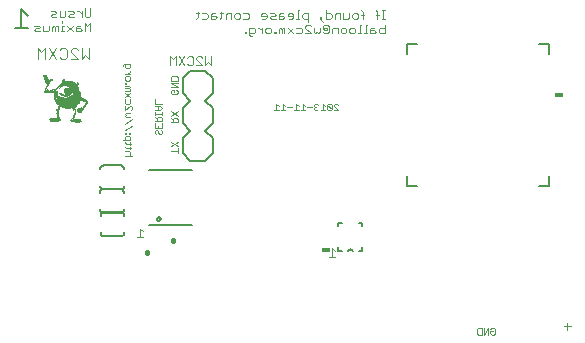
<source format=gbo>
G75*
%MOIN*%
%OFA0B0*%
%FSLAX24Y24*%
%IPPOS*%
%LPD*%
%AMOC8*
5,1,8,0,0,1.08239X$1,22.5*
%
%ADD10C,0.0030*%
%ADD11C,0.0020*%
%ADD12C,0.0060*%
%ADD13R,0.0075X0.0005*%
%ADD14R,0.0095X0.0005*%
%ADD15R,0.0070X0.0005*%
%ADD16R,0.0195X0.0005*%
%ADD17R,0.0135X0.0005*%
%ADD18R,0.0115X0.0005*%
%ADD19R,0.0065X0.0005*%
%ADD20R,0.0165X0.0005*%
%ADD21R,0.0125X0.0005*%
%ADD22R,0.0160X0.0005*%
%ADD23R,0.0140X0.0005*%
%ADD24R,0.0035X0.0005*%
%ADD25R,0.0225X0.0005*%
%ADD26R,0.0155X0.0005*%
%ADD27R,0.0020X0.0005*%
%ADD28R,0.0025X0.0005*%
%ADD29R,0.0190X0.0005*%
%ADD30R,0.0010X0.0005*%
%ADD31R,0.0015X0.0005*%
%ADD32R,0.0085X0.0005*%
%ADD33R,0.0030X0.0005*%
%ADD34R,0.0230X0.0005*%
%ADD35R,0.0080X0.0005*%
%ADD36R,0.0255X0.0005*%
%ADD37R,0.0120X0.0005*%
%ADD38R,0.0220X0.0005*%
%ADD39R,0.0050X0.0005*%
%ADD40R,0.0005X0.0005*%
%ADD41R,0.0040X0.0005*%
%ADD42R,0.0235X0.0005*%
%ADD43R,0.0060X0.0005*%
%ADD44R,0.0105X0.0005*%
%ADD45R,0.0055X0.0005*%
%ADD46R,0.0340X0.0005*%
%ADD47R,0.0325X0.0005*%
%ADD48R,0.0045X0.0005*%
%ADD49R,0.0300X0.0005*%
%ADD50R,0.0285X0.0005*%
%ADD51R,0.0145X0.0005*%
%ADD52R,0.0110X0.0005*%
%ADD53R,0.0100X0.0005*%
%ADD54R,0.0090X0.0005*%
%ADD55R,0.0150X0.0005*%
%ADD56R,0.0215X0.0005*%
%ADD57R,0.0250X0.0005*%
%ADD58R,0.0410X0.0005*%
%ADD59R,0.0430X0.0005*%
%ADD60R,0.0440X0.0005*%
%ADD61R,0.0400X0.0005*%
%ADD62R,0.0465X0.0005*%
%ADD63R,0.0555X0.0005*%
%ADD64R,0.0575X0.0005*%
%ADD65R,0.0590X0.0005*%
%ADD66R,0.0580X0.0005*%
%ADD67R,0.0585X0.0005*%
%ADD68R,0.0595X0.0005*%
%ADD69R,0.0615X0.0005*%
%ADD70R,0.0625X0.0005*%
%ADD71R,0.0630X0.0005*%
%ADD72R,0.0665X0.0005*%
%ADD73R,0.0185X0.0005*%
%ADD74R,0.0425X0.0005*%
%ADD75R,0.0175X0.0005*%
%ADD76R,0.0385X0.0005*%
%ADD77R,0.0370X0.0005*%
%ADD78R,0.0365X0.0005*%
%ADD79R,0.0345X0.0005*%
%ADD80R,0.0130X0.0005*%
%ADD81R,0.0335X0.0005*%
%ADD82R,0.0310X0.0005*%
%ADD83R,0.0315X0.0005*%
%ADD84R,0.0305X0.0005*%
%ADD85R,0.0295X0.0005*%
%ADD86R,0.0245X0.0005*%
%ADD87R,0.0290X0.0005*%
%ADD88R,0.0330X0.0005*%
%ADD89R,0.0280X0.0005*%
%ADD90R,0.0270X0.0005*%
%ADD91R,0.0355X0.0005*%
%ADD92R,0.0360X0.0005*%
%ADD93R,0.0275X0.0005*%
%ADD94R,0.0420X0.0005*%
%ADD95R,0.0265X0.0005*%
%ADD96R,0.0320X0.0005*%
%ADD97R,0.0260X0.0005*%
%ADD98R,0.0170X0.0005*%
%ADD99R,0.0530X0.0005*%
%ADD100R,0.0390X0.0005*%
%ADD101R,0.0180X0.0005*%
%ADD102R,0.0660X0.0005*%
%ADD103R,0.0515X0.0005*%
%ADD104R,0.0510X0.0005*%
%ADD105R,0.0505X0.0005*%
%ADD106R,0.0475X0.0005*%
%ADD107R,0.0480X0.0005*%
%ADD108R,0.0500X0.0005*%
%ADD109R,0.0485X0.0005*%
%ADD110R,0.0445X0.0005*%
%ADD111R,0.0240X0.0005*%
%ADD112R,0.0200X0.0005*%
%ADD113R,0.0350X0.0005*%
%ADD114R,0.0380X0.0005*%
%ADD115R,0.0210X0.0005*%
%ADD116R,0.0205X0.0005*%
%ADD117C,0.0050*%
%ADD118R,0.0280X0.0160*%
%ADD119C,0.0080*%
%ADD120C,0.0160*%
D10*
X004972Y003900D02*
X005165Y003900D01*
X005068Y003900D02*
X005068Y004190D01*
X005165Y004094D01*
X011372Y003240D02*
X011565Y003240D01*
X011468Y003240D02*
X011468Y003530D01*
X011565Y003434D01*
X019178Y000930D02*
X019425Y000930D01*
X019302Y000807D02*
X019302Y001054D01*
X007425Y009645D02*
X007328Y009742D01*
X007232Y009645D01*
X007232Y009935D01*
X007130Y009887D02*
X007082Y009935D01*
X006985Y009935D01*
X006937Y009887D01*
X006937Y009838D01*
X007130Y009645D01*
X006937Y009645D01*
X006836Y009693D02*
X006787Y009645D01*
X006691Y009645D01*
X006642Y009693D01*
X006541Y009645D02*
X006348Y009935D01*
X006246Y009935D02*
X006150Y009838D01*
X006053Y009935D01*
X006053Y009645D01*
X006246Y009645D02*
X006246Y009935D01*
X006541Y009935D02*
X006348Y009645D01*
X006642Y009887D02*
X006691Y009935D01*
X006787Y009935D01*
X006836Y009887D01*
X006836Y009693D01*
X007425Y009645D02*
X007425Y009935D01*
X008700Y010652D02*
X008700Y010893D01*
X008845Y010893D01*
X008893Y010845D01*
X008893Y010748D01*
X008845Y010700D01*
X008700Y010700D01*
X008700Y010652D02*
X008748Y010603D01*
X008797Y010603D01*
X008599Y010700D02*
X008550Y010700D01*
X008550Y010748D01*
X008599Y010748D01*
X008599Y010700D01*
X008994Y010893D02*
X009042Y010893D01*
X009139Y010797D01*
X009139Y010893D02*
X009139Y010700D01*
X009240Y010748D02*
X009240Y010845D01*
X009289Y010893D01*
X009385Y010893D01*
X009434Y010845D01*
X009434Y010748D01*
X009385Y010700D01*
X009289Y010700D01*
X009240Y010748D01*
X009533Y010748D02*
X009533Y010700D01*
X009581Y010700D01*
X009581Y010748D01*
X009533Y010748D01*
X009682Y010700D02*
X009682Y010845D01*
X009730Y010893D01*
X009779Y010845D01*
X009779Y010700D01*
X009876Y010700D02*
X009876Y010893D01*
X009827Y010893D01*
X009779Y010845D01*
X009977Y010893D02*
X010170Y010700D01*
X010271Y010700D02*
X010417Y010700D01*
X010465Y010748D01*
X010465Y010845D01*
X010417Y010893D01*
X010271Y010893D01*
X010170Y010893D02*
X009977Y010700D01*
X010566Y010700D02*
X010760Y010700D01*
X010566Y010893D01*
X010566Y010942D01*
X010614Y010990D01*
X010711Y010990D01*
X010760Y010942D01*
X010861Y010893D02*
X010861Y010748D01*
X010909Y010700D01*
X010957Y010748D01*
X011006Y010700D01*
X011054Y010748D01*
X011054Y010893D01*
X011155Y010845D02*
X011155Y010942D01*
X011204Y010990D01*
X011300Y010990D01*
X011349Y010942D01*
X011349Y010748D01*
X011300Y010700D01*
X011204Y010700D01*
X011155Y010748D01*
X011204Y010797D02*
X011204Y010893D01*
X011300Y010893D01*
X011300Y010797D01*
X011204Y010797D01*
X011155Y010845D01*
X011450Y010845D02*
X011450Y010700D01*
X011450Y010845D02*
X011498Y010893D01*
X011644Y010893D01*
X011644Y010700D01*
X011745Y010748D02*
X011745Y010845D01*
X011793Y010893D01*
X011890Y010893D01*
X011938Y010845D01*
X011938Y010748D01*
X011890Y010700D01*
X011793Y010700D01*
X011745Y010748D01*
X012039Y010748D02*
X012039Y010845D01*
X012088Y010893D01*
X012184Y010893D01*
X012233Y010845D01*
X012233Y010748D01*
X012184Y010700D01*
X012088Y010700D01*
X012039Y010748D01*
X012333Y010700D02*
X012429Y010700D01*
X012381Y010700D02*
X012381Y010990D01*
X012429Y010990D01*
X012577Y010990D02*
X012577Y010700D01*
X012529Y010700D02*
X012626Y010700D01*
X012727Y010700D02*
X012872Y010700D01*
X012920Y010748D01*
X012872Y010797D01*
X012727Y010797D01*
X012727Y010845D02*
X012727Y010700D01*
X012727Y010845D02*
X012775Y010893D01*
X012872Y010893D01*
X013022Y010845D02*
X013022Y010748D01*
X013070Y010700D01*
X013215Y010700D01*
X013215Y010990D01*
X013215Y010893D02*
X013070Y010893D01*
X013022Y010845D01*
X012626Y010990D02*
X012577Y010990D01*
X012479Y011180D02*
X012479Y011422D01*
X012431Y011470D01*
X012431Y011325D02*
X012527Y011325D01*
X012331Y011325D02*
X012331Y011228D01*
X012283Y011180D01*
X012186Y011180D01*
X012138Y011228D01*
X012138Y011325D01*
X012186Y011373D01*
X012283Y011373D01*
X012331Y011325D01*
X012036Y011373D02*
X012036Y011228D01*
X011988Y011180D01*
X011843Y011180D01*
X011843Y011373D01*
X011742Y011373D02*
X011742Y011180D01*
X011742Y011373D02*
X011597Y011373D01*
X011548Y011325D01*
X011548Y011180D01*
X011447Y011228D02*
X011447Y011325D01*
X011399Y011373D01*
X011254Y011373D01*
X011254Y011470D02*
X011254Y011180D01*
X011399Y011180D01*
X011447Y011228D01*
X011152Y011083D02*
X011056Y011180D01*
X011104Y011180D01*
X011104Y011228D01*
X011056Y011228D01*
X011056Y011180D01*
X010661Y011180D02*
X010516Y011180D01*
X010468Y011228D01*
X010468Y011325D01*
X010516Y011373D01*
X010661Y011373D01*
X010661Y011083D01*
X010367Y011180D02*
X010270Y011180D01*
X010318Y011180D02*
X010318Y011470D01*
X010367Y011470D01*
X010170Y011325D02*
X010122Y011373D01*
X010025Y011373D01*
X009977Y011325D01*
X009977Y011277D01*
X010170Y011277D01*
X010170Y011325D02*
X010170Y011228D01*
X010122Y011180D01*
X010025Y011180D01*
X009876Y011228D02*
X009827Y011277D01*
X009682Y011277D01*
X009682Y011325D02*
X009682Y011180D01*
X009827Y011180D01*
X009876Y011228D01*
X009827Y011373D02*
X009730Y011373D01*
X009682Y011325D01*
X009581Y011325D02*
X009533Y011373D01*
X009387Y011373D01*
X009436Y011277D02*
X009533Y011277D01*
X009581Y011325D01*
X009581Y011180D02*
X009436Y011180D01*
X009387Y011228D01*
X009436Y011277D01*
X009286Y011277D02*
X009093Y011277D01*
X009093Y011325D01*
X009141Y011373D01*
X009238Y011373D01*
X009286Y011325D01*
X009286Y011228D01*
X009238Y011180D01*
X009141Y011180D01*
X008697Y011228D02*
X008649Y011180D01*
X008504Y011180D01*
X008402Y011228D02*
X008354Y011180D01*
X008257Y011180D01*
X008209Y011228D01*
X008209Y011325D01*
X008257Y011373D01*
X008354Y011373D01*
X008402Y011325D01*
X008402Y011228D01*
X008504Y011373D02*
X008649Y011373D01*
X008697Y011325D01*
X008697Y011228D01*
X008108Y011180D02*
X008108Y011373D01*
X007963Y011373D01*
X007914Y011325D01*
X007914Y011180D01*
X007765Y011228D02*
X007716Y011180D01*
X007765Y011228D02*
X007765Y011422D01*
X007813Y011373D02*
X007716Y011373D01*
X007568Y011373D02*
X007471Y011373D01*
X007423Y011325D01*
X007423Y011180D01*
X007568Y011180D01*
X007617Y011228D01*
X007568Y011277D01*
X007423Y011277D01*
X007322Y011325D02*
X007322Y011228D01*
X007274Y011180D01*
X007128Y011180D01*
X006979Y011228D02*
X006931Y011180D01*
X006979Y011228D02*
X006979Y011422D01*
X007027Y011373D02*
X006931Y011373D01*
X007128Y011373D02*
X007274Y011373D01*
X007322Y011325D01*
X003405Y011293D02*
X003357Y011245D01*
X003260Y011245D01*
X003212Y011293D01*
X003212Y011535D01*
X003110Y011438D02*
X003110Y011245D01*
X003110Y011342D02*
X003014Y011438D01*
X002965Y011438D01*
X002865Y011390D02*
X002816Y011342D01*
X002720Y011342D01*
X002671Y011293D01*
X002720Y011245D01*
X002865Y011245D01*
X002865Y011390D02*
X002816Y011438D01*
X002671Y011438D01*
X002570Y011438D02*
X002570Y011293D01*
X002522Y011245D01*
X002377Y011245D01*
X002377Y011438D01*
X002276Y011390D02*
X002227Y011342D01*
X002130Y011342D01*
X002082Y011293D01*
X002130Y011245D01*
X002276Y011245D01*
X002276Y011390D02*
X002227Y011438D01*
X002082Y011438D01*
X002473Y011104D02*
X002473Y011055D01*
X002473Y010958D02*
X002473Y010765D01*
X002521Y010765D02*
X002424Y010765D01*
X002325Y010765D02*
X002325Y010958D01*
X002276Y010958D01*
X002228Y010910D01*
X002179Y010958D01*
X002131Y010910D01*
X002131Y010765D01*
X002228Y010765D02*
X002228Y010910D01*
X002030Y010958D02*
X002030Y010813D01*
X001982Y010765D01*
X001836Y010765D01*
X001836Y010958D01*
X001735Y010910D02*
X001687Y010958D01*
X001542Y010958D01*
X001590Y010862D02*
X001687Y010862D01*
X001735Y010910D01*
X001735Y010765D02*
X001590Y010765D01*
X001542Y010813D01*
X001590Y010862D01*
X001645Y010215D02*
X001645Y009845D01*
X001892Y009845D02*
X001892Y010215D01*
X001768Y010092D01*
X001645Y010215D01*
X002013Y010215D02*
X002260Y009845D01*
X002381Y009907D02*
X002443Y009845D01*
X002567Y009845D01*
X002628Y009907D01*
X002628Y010154D01*
X002567Y010215D01*
X002443Y010215D01*
X002381Y010154D01*
X002260Y010215D02*
X002013Y009845D01*
X002750Y009845D02*
X002997Y009845D01*
X002750Y010092D01*
X002750Y010154D01*
X002812Y010215D01*
X002935Y010215D01*
X002997Y010154D01*
X003118Y010215D02*
X003118Y009845D01*
X003242Y009968D01*
X003365Y009845D01*
X003365Y010215D01*
X003405Y010765D02*
X003405Y011055D01*
X003308Y010958D01*
X003212Y011055D01*
X003212Y010765D01*
X003110Y010813D02*
X003062Y010765D01*
X002917Y010765D01*
X002917Y010910D01*
X002965Y010958D01*
X003062Y010958D01*
X003062Y010862D02*
X002917Y010862D01*
X002816Y010958D02*
X002622Y010765D01*
X002622Y010958D02*
X002816Y010765D01*
X003062Y010862D02*
X003110Y010813D01*
X002521Y010958D02*
X002473Y010958D01*
X003405Y011293D02*
X003405Y011535D01*
X012922Y011470D02*
X012970Y011422D01*
X012970Y011180D01*
X013118Y011180D02*
X013215Y011180D01*
X013167Y011180D02*
X013167Y011470D01*
X013215Y011470D02*
X013118Y011470D01*
X013019Y011325D02*
X012922Y011325D01*
D11*
X011633Y008360D02*
X011670Y008323D01*
X011633Y008360D02*
X011560Y008360D01*
X011523Y008323D01*
X011523Y008287D01*
X011670Y008140D01*
X011523Y008140D01*
X011449Y008177D02*
X011412Y008140D01*
X011339Y008140D01*
X011302Y008177D01*
X011302Y008323D01*
X011449Y008177D01*
X011449Y008323D01*
X011412Y008360D01*
X011339Y008360D01*
X011302Y008323D01*
X011228Y008287D02*
X011155Y008360D01*
X011155Y008140D01*
X011228Y008140D02*
X011081Y008140D01*
X011007Y008177D02*
X010970Y008140D01*
X010897Y008140D01*
X010860Y008177D01*
X010860Y008213D01*
X010897Y008250D01*
X010934Y008250D01*
X010897Y008250D02*
X010860Y008287D01*
X010860Y008323D01*
X010897Y008360D01*
X010970Y008360D01*
X011007Y008323D01*
X010786Y008250D02*
X010639Y008250D01*
X010565Y008287D02*
X010492Y008360D01*
X010492Y008140D01*
X010565Y008140D02*
X010418Y008140D01*
X010344Y008140D02*
X010197Y008140D01*
X010271Y008140D02*
X010271Y008360D01*
X010344Y008287D01*
X010123Y008250D02*
X009976Y008250D01*
X009902Y008287D02*
X009829Y008360D01*
X009829Y008140D01*
X009902Y008140D02*
X009755Y008140D01*
X009681Y008140D02*
X009534Y008140D01*
X009608Y008140D02*
X009608Y008360D01*
X009681Y008287D01*
X006310Y008106D02*
X006090Y007959D01*
X006090Y007885D02*
X006163Y007811D01*
X006163Y007848D02*
X006163Y007738D01*
X006090Y007738D02*
X006310Y007738D01*
X006310Y007848D01*
X006273Y007885D01*
X006200Y007885D01*
X006163Y007848D01*
X006310Y007959D02*
X006090Y008106D01*
X005785Y008064D02*
X005785Y007991D01*
X005785Y008027D02*
X005565Y008027D01*
X005565Y007991D02*
X005565Y008064D01*
X005565Y008138D02*
X005712Y008138D01*
X005785Y008211D01*
X005712Y008285D01*
X005565Y008285D01*
X005565Y008359D02*
X005565Y008506D01*
X005565Y008359D02*
X005785Y008359D01*
X005675Y008285D02*
X005675Y008138D01*
X005675Y007916D02*
X005638Y007880D01*
X005638Y007770D01*
X005565Y007770D02*
X005785Y007770D01*
X005785Y007880D01*
X005748Y007916D01*
X005675Y007916D01*
X005638Y007843D02*
X005565Y007916D01*
X005565Y007696D02*
X005565Y007549D01*
X005785Y007549D01*
X005785Y007696D01*
X005675Y007622D02*
X005675Y007549D01*
X005638Y007475D02*
X005675Y007438D01*
X005675Y007364D01*
X005712Y007328D01*
X005748Y007328D01*
X005785Y007364D01*
X005785Y007438D01*
X005748Y007475D01*
X005638Y007475D02*
X005602Y007475D01*
X005565Y007438D01*
X005565Y007364D01*
X005602Y007328D01*
X006090Y007086D02*
X006310Y006939D01*
X006310Y006865D02*
X006310Y006718D01*
X006310Y006791D02*
X006090Y006791D01*
X006090Y006939D02*
X006310Y007086D01*
X004753Y007025D02*
X004607Y007025D01*
X004570Y007062D01*
X004570Y007136D02*
X004570Y007246D01*
X004607Y007282D01*
X004680Y007282D01*
X004717Y007246D01*
X004717Y007136D01*
X004497Y007136D01*
X004717Y007062D02*
X004717Y006988D01*
X004717Y006914D02*
X004717Y006841D01*
X004753Y006878D02*
X004607Y006878D01*
X004570Y006914D01*
X004570Y006767D02*
X004680Y006767D01*
X004717Y006730D01*
X004717Y006657D01*
X004680Y006620D01*
X004790Y006620D02*
X004570Y006620D01*
X004570Y007357D02*
X004607Y007357D01*
X004607Y007393D01*
X004570Y007393D01*
X004570Y007357D01*
X004680Y007357D02*
X004717Y007357D01*
X004717Y007393D01*
X004680Y007393D01*
X004680Y007357D01*
X004570Y007467D02*
X004790Y007614D01*
X004790Y007835D02*
X004570Y007688D01*
X004607Y007909D02*
X004570Y007946D01*
X004607Y007982D01*
X004570Y008019D01*
X004607Y008056D01*
X004717Y008056D01*
X004753Y008130D02*
X004790Y008167D01*
X004790Y008240D01*
X004753Y008277D01*
X004717Y008277D01*
X004570Y008130D01*
X004570Y008277D01*
X004607Y008351D02*
X004570Y008388D01*
X004570Y008498D01*
X004570Y008572D02*
X004717Y008719D01*
X004717Y008793D02*
X004570Y008793D01*
X004570Y008866D02*
X004680Y008866D01*
X004717Y008903D01*
X004680Y008940D01*
X004570Y008940D01*
X004570Y009014D02*
X004570Y009051D01*
X004607Y009051D01*
X004607Y009014D01*
X004570Y009014D01*
X004607Y009125D02*
X004570Y009161D01*
X004570Y009235D01*
X004607Y009271D01*
X004680Y009271D01*
X004717Y009235D01*
X004717Y009161D01*
X004680Y009125D01*
X004607Y009125D01*
X004643Y009346D02*
X004717Y009419D01*
X004717Y009456D01*
X004680Y009530D02*
X004607Y009530D01*
X004570Y009566D01*
X004570Y009676D01*
X004533Y009676D02*
X004717Y009676D01*
X004717Y009566D01*
X004680Y009530D01*
X004497Y009603D02*
X004497Y009640D01*
X004533Y009676D01*
X004570Y009346D02*
X004717Y009346D01*
X004680Y008866D02*
X004717Y008830D01*
X004717Y008793D01*
X004570Y008719D02*
X004717Y008572D01*
X004717Y008498D02*
X004717Y008388D01*
X004680Y008351D01*
X004607Y008351D01*
X004607Y007909D02*
X004717Y007909D01*
X006090Y008714D02*
X006090Y008787D01*
X006127Y008824D01*
X006200Y008824D01*
X006200Y008750D01*
X006127Y008677D02*
X006090Y008714D01*
X006127Y008677D02*
X006273Y008677D01*
X006310Y008714D01*
X006310Y008787D01*
X006273Y008824D01*
X006310Y008898D02*
X006090Y008898D01*
X006090Y009045D02*
X006310Y009045D01*
X006310Y009119D02*
X006090Y009119D01*
X006090Y009229D01*
X006127Y009266D01*
X006273Y009266D01*
X006310Y009229D01*
X006310Y009119D01*
X006310Y008898D02*
X006090Y009045D01*
X016301Y000843D02*
X016338Y000880D01*
X016448Y000880D01*
X016448Y000660D01*
X016338Y000660D01*
X016301Y000697D01*
X016301Y000843D01*
X016522Y000880D02*
X016522Y000660D01*
X016669Y000880D01*
X016669Y000660D01*
X016743Y000697D02*
X016743Y000770D01*
X016817Y000770D01*
X016890Y000697D02*
X016853Y000660D01*
X016780Y000660D01*
X016743Y000697D01*
X016890Y000697D02*
X016890Y000843D01*
X016853Y000880D01*
X016780Y000880D01*
X016743Y000843D01*
D12*
X006790Y004295D02*
X005370Y004295D01*
X005370Y006155D02*
X006790Y006155D01*
X001315Y010865D02*
X000888Y010865D01*
X001101Y010865D02*
X001101Y011506D01*
X001315Y011292D01*
D13*
X001975Y009115D03*
X002510Y008970D03*
X002625Y009035D03*
X002625Y009040D03*
X002765Y008905D03*
X002695Y008655D03*
X002635Y008670D03*
X002600Y008585D03*
X002600Y008580D03*
X002500Y008525D03*
X002325Y008525D03*
X002320Y008530D03*
X002235Y008505D03*
X002245Y008480D03*
X002245Y008475D03*
X002245Y008470D03*
X002255Y008445D03*
X002265Y008430D03*
X002265Y008425D03*
X002270Y008420D03*
X002325Y008010D03*
X002340Y007885D03*
X002340Y007880D03*
X002105Y007800D03*
X002095Y007785D03*
X002095Y007780D03*
X002085Y007760D03*
X002835Y007840D03*
X002840Y007850D03*
X002960Y007800D03*
X003015Y007765D03*
X002945Y007720D03*
X003245Y008400D03*
D14*
X002870Y008200D03*
X002870Y008195D03*
X002870Y008175D03*
X002525Y008335D03*
X002510Y008340D03*
X002310Y008365D03*
X002295Y008380D03*
X002630Y008675D03*
X002695Y008660D03*
X002630Y008840D03*
X002745Y008935D03*
X002790Y009050D03*
X002780Y009055D03*
X001965Y009085D03*
X001965Y009145D03*
X002905Y007810D03*
X002940Y007725D03*
X003030Y007750D03*
D15*
X003033Y007725D03*
X002888Y007820D03*
X002838Y007845D03*
X002843Y007855D03*
X002843Y007860D03*
X002848Y007865D03*
X002848Y007870D03*
X002858Y007900D03*
X002858Y007905D03*
X002858Y007910D03*
X002863Y007920D03*
X002863Y007925D03*
X002868Y007935D03*
X002868Y007940D03*
X002883Y007975D03*
X002888Y007985D03*
X003153Y008165D03*
X002713Y008670D03*
X002768Y008895D03*
X002768Y008900D03*
X002223Y008650D03*
X002223Y008645D03*
X002223Y008640D03*
X002223Y008635D03*
X002223Y008615D03*
X002223Y008610D03*
X002243Y008495D03*
X002243Y008490D03*
X002243Y008485D03*
X002253Y008455D03*
X002253Y008450D03*
X002263Y008435D03*
X002313Y008090D03*
X002323Y008040D03*
X002323Y008035D03*
X002323Y008030D03*
X002323Y008025D03*
X002323Y008015D03*
X002338Y007945D03*
X002338Y007940D03*
X002338Y007935D03*
X002338Y007930D03*
X002338Y007925D03*
X002338Y007920D03*
X002338Y007915D03*
X002338Y007910D03*
X002338Y007905D03*
X002338Y007900D03*
X002338Y007895D03*
X002338Y007890D03*
X002103Y007795D03*
D16*
X002975Y007730D03*
X002630Y008755D03*
X002630Y008760D03*
X002630Y008765D03*
X002630Y008770D03*
X002630Y008775D03*
D17*
X002605Y008740D03*
X002605Y008735D03*
X002255Y008690D03*
X002255Y008680D03*
X002255Y008675D03*
X002255Y008670D03*
X002255Y008665D03*
X002255Y008660D03*
X002875Y008945D03*
X002875Y008950D03*
X002865Y008970D03*
X002865Y008975D03*
X002865Y008980D03*
X003250Y008420D03*
X002905Y007735D03*
X002835Y007755D03*
D18*
X003040Y007735D03*
X002360Y008330D03*
X002335Y008345D03*
X002545Y008515D03*
X002255Y008735D03*
X002255Y008740D03*
X002665Y008790D03*
X002725Y008955D03*
X002820Y009030D03*
X002835Y009015D03*
D19*
X002770Y008890D03*
X002570Y009070D03*
X002265Y008815D03*
X002240Y008775D03*
X002240Y008770D03*
X002240Y008755D03*
X002220Y008630D03*
X002220Y008625D03*
X002220Y008620D03*
X002220Y008605D03*
X002220Y008600D03*
X002490Y008530D03*
X002680Y008640D03*
X003160Y008175D03*
X003150Y008160D03*
X002890Y007995D03*
X002890Y007990D03*
X002885Y007980D03*
X002880Y007970D03*
X002880Y007965D03*
X002875Y007960D03*
X002875Y007955D03*
X002870Y007950D03*
X002870Y007945D03*
X002865Y007930D03*
X002860Y007915D03*
X002850Y007890D03*
X002850Y007885D03*
X002850Y007880D03*
X002850Y007875D03*
X002890Y007815D03*
X002845Y007770D03*
X002970Y007785D03*
X002970Y007790D03*
X002330Y007950D03*
X002330Y007955D03*
X002330Y007960D03*
X002330Y007965D03*
X002330Y007970D03*
X002330Y007975D03*
X002330Y007980D03*
X002330Y007985D03*
X002330Y007990D03*
X002330Y007995D03*
X002330Y008000D03*
X002330Y008005D03*
X002320Y008045D03*
X002320Y008050D03*
X002320Y008055D03*
X002320Y008060D03*
X002315Y008065D03*
X002315Y008070D03*
X002315Y008075D03*
X002315Y008080D03*
X002315Y008085D03*
X002310Y008095D03*
X002310Y008100D03*
X002310Y008110D03*
X002310Y008115D03*
X002100Y007790D03*
X002090Y007755D03*
X002170Y007740D03*
X001990Y009075D03*
X001915Y009185D03*
D20*
X002625Y009020D03*
X002895Y008930D03*
X002895Y008925D03*
X002895Y008915D03*
X002900Y008900D03*
X002900Y008895D03*
X002630Y008375D03*
X002630Y008370D03*
X002395Y008315D03*
X003050Y008090D03*
X002890Y007740D03*
D21*
X003045Y007740D03*
X003045Y007745D03*
X003120Y008150D03*
X002365Y008325D03*
X002360Y008505D03*
X002360Y008510D03*
X002350Y008515D03*
X002605Y008720D03*
X002605Y008725D03*
X002580Y008945D03*
X002580Y008950D03*
X002840Y009010D03*
X002845Y009005D03*
X002850Y008995D03*
X002855Y008990D03*
X001965Y009125D03*
X002330Y007850D03*
D22*
X002308Y007840D03*
X002153Y007745D03*
X003068Y008105D03*
X003198Y008455D03*
X002628Y008810D03*
X002898Y008905D03*
X002893Y008920D03*
D23*
X002863Y008985D03*
X002633Y008830D03*
X002633Y008825D03*
X002608Y008745D03*
X002608Y008730D03*
X002258Y008655D03*
X003108Y008140D03*
X002858Y007745D03*
X002833Y007760D03*
D24*
X002800Y007790D03*
X002950Y007745D03*
X003075Y008050D03*
X003000Y008095D03*
X003020Y008160D03*
X003020Y008165D03*
X003020Y008170D03*
X003020Y008175D03*
X003020Y008180D03*
X002905Y008140D03*
X002905Y008135D03*
X002855Y008135D03*
X003190Y008200D03*
X003205Y008235D03*
X003215Y008245D03*
X003215Y008250D03*
X003225Y008265D03*
X003225Y008270D03*
X003230Y008275D03*
X003235Y008280D03*
X003235Y008285D03*
X003250Y008305D03*
X003250Y008310D03*
X003250Y008315D03*
X003270Y008340D03*
X003275Y008355D03*
X003285Y008370D03*
X003285Y008375D03*
X003290Y008380D03*
X003295Y008390D03*
X002685Y008460D03*
X002645Y008360D03*
X002455Y008355D03*
X002435Y008360D03*
X002415Y008370D03*
X002400Y008380D03*
X002355Y008180D03*
X002355Y008175D03*
X002345Y008160D03*
X002300Y008545D03*
X002300Y008550D03*
X002295Y008560D03*
X002295Y008565D03*
X002295Y008570D03*
X002330Y008590D03*
X002355Y008580D03*
X002360Y008575D03*
X002400Y008560D03*
X002470Y008615D03*
X002625Y008660D03*
X002625Y008665D03*
X002705Y008615D03*
X002785Y008770D03*
X002785Y008775D03*
X002785Y008780D03*
X002785Y008785D03*
X002785Y008820D03*
X002785Y008825D03*
X002685Y008915D03*
X002670Y008925D03*
X002655Y008930D03*
X002535Y009055D03*
X002505Y009035D03*
X002480Y009020D03*
X002460Y009005D03*
X002470Y008945D03*
X002355Y008900D03*
X002340Y008890D03*
X002300Y008855D03*
X002285Y008630D03*
X002285Y008625D03*
X001980Y008780D03*
X001970Y008775D03*
X001990Y008990D03*
X001995Y009055D03*
X001955Y009180D03*
X001925Y009240D03*
X001920Y009250D03*
X001925Y009280D03*
X002520Y009130D03*
X002530Y009110D03*
X002165Y007770D03*
D25*
X002180Y007750D03*
X002300Y007775D03*
X002300Y007780D03*
X002300Y007805D03*
X002655Y008200D03*
X002920Y008785D03*
D26*
X003210Y008450D03*
X003225Y008440D03*
X003235Y008430D03*
X003240Y008425D03*
X002670Y008185D03*
X003060Y008100D03*
X003075Y008110D03*
X002850Y007750D03*
X002265Y008595D03*
D27*
X002348Y008585D03*
X002378Y008570D03*
X002348Y008540D03*
X002348Y008535D03*
X002343Y008445D03*
X002343Y008440D03*
X002348Y008430D03*
X002353Y008420D03*
X002368Y008405D03*
X002373Y008400D03*
X002378Y008395D03*
X002388Y008390D03*
X002393Y008385D03*
X002468Y008510D03*
X002483Y008610D03*
X002493Y008635D03*
X002438Y008635D03*
X002718Y008625D03*
X002723Y008630D03*
X002733Y008635D03*
X002753Y008655D03*
X002738Y008865D03*
X002723Y008880D03*
X002498Y008935D03*
X002428Y008985D03*
X002388Y008940D03*
X002378Y008930D03*
X002353Y008910D03*
X002348Y008905D03*
X002018Y009015D03*
X002018Y009030D03*
X002003Y009045D03*
X001983Y009060D03*
X001953Y009030D03*
X001988Y008970D03*
X001988Y008965D03*
X001988Y008960D03*
X001988Y008955D03*
X001988Y008950D03*
X001933Y008795D03*
X001943Y008750D03*
X001903Y008735D03*
X001903Y008730D03*
X001903Y008720D03*
X001918Y009100D03*
X001918Y009110D03*
X001903Y009145D03*
X001968Y009170D03*
X001973Y009165D03*
X001963Y009185D03*
X001963Y009190D03*
X001943Y009220D03*
X001938Y009230D03*
X001933Y009235D03*
X001923Y009255D03*
X001903Y009245D03*
X001908Y009230D03*
X001878Y009235D03*
X001873Y009245D03*
X001863Y009260D03*
X001863Y009265D03*
X001893Y009270D03*
X001928Y009285D03*
X001958Y009240D03*
X002993Y009030D03*
X002993Y009025D03*
X002618Y008480D03*
X002643Y008355D03*
X002698Y008365D03*
X002913Y008120D03*
X002913Y008115D03*
X002913Y008095D03*
X002913Y008075D03*
X002913Y008070D03*
X002913Y008045D03*
X002913Y008040D03*
X002913Y008035D03*
X002913Y008030D03*
X002913Y008025D03*
X003023Y008055D03*
X003023Y008060D03*
X002793Y007805D03*
X002818Y007775D03*
X002943Y007775D03*
X002943Y007770D03*
X002943Y007765D03*
X002943Y007760D03*
X002953Y007750D03*
X003038Y007770D03*
X003038Y007775D03*
X003088Y007775D03*
X002288Y008125D03*
X002288Y008130D03*
X002168Y007790D03*
X002168Y007785D03*
X002168Y007780D03*
D28*
X002170Y007775D03*
X002315Y007870D03*
X002335Y008130D03*
X002335Y008135D03*
X002805Y007825D03*
X003020Y007810D03*
X003050Y007800D03*
X003075Y007790D03*
X003080Y007785D03*
X003090Y007770D03*
X003095Y007750D03*
X002910Y008015D03*
X002910Y008055D03*
X002910Y008060D03*
X002910Y008065D03*
X002910Y008080D03*
X002910Y008085D03*
X002910Y008090D03*
X002910Y008100D03*
X002910Y008105D03*
X002910Y008110D03*
X002910Y008125D03*
X002910Y008130D03*
X002850Y008130D03*
X002850Y008125D03*
X002905Y008230D03*
X003020Y008155D03*
X003020Y008150D03*
X003095Y008160D03*
X003070Y008045D03*
X003245Y008295D03*
X002800Y008695D03*
X002800Y008700D03*
X002690Y008690D03*
X002630Y008695D03*
X002690Y008610D03*
X002710Y008620D03*
X002615Y008475D03*
X002535Y008485D03*
X002535Y008490D03*
X002465Y008505D03*
X002390Y008565D03*
X002495Y008605D03*
X002335Y008450D03*
X002350Y008425D03*
X002360Y008415D03*
X002125Y008785D03*
X001975Y008785D03*
X001965Y008770D03*
X001955Y008760D03*
X001955Y008755D03*
X001975Y009000D03*
X001970Y009010D03*
X001965Y009015D03*
X001960Y009020D03*
X001925Y009090D03*
X001950Y009210D03*
X001950Y009215D03*
X001915Y009220D03*
X001930Y009245D03*
X001875Y009240D03*
X001870Y009250D03*
X001875Y009280D03*
X002145Y009140D03*
X002370Y008925D03*
X002370Y008920D03*
X002380Y008935D03*
X002460Y008935D03*
X002465Y008940D03*
X002520Y008940D03*
X002560Y009085D03*
X002690Y008910D03*
X002695Y008905D03*
X002700Y008900D03*
X002720Y008885D03*
X002985Y008960D03*
D29*
X002898Y008955D03*
X002633Y008780D03*
X002393Y008500D03*
X001993Y008710D03*
X002303Y007815D03*
X002228Y007755D03*
D30*
X002153Y007840D03*
X002338Y008105D03*
X002523Y008305D03*
X002508Y008375D03*
X002488Y008390D03*
X002638Y008335D03*
X002913Y008235D03*
X003028Y008095D03*
X003138Y008180D03*
X002878Y008010D03*
X002788Y007800D03*
X002788Y007795D03*
X002788Y007775D03*
X002913Y007755D03*
X002918Y007765D03*
X003028Y007805D03*
X002448Y008630D03*
X002433Y008640D03*
X002423Y008650D03*
X002623Y008640D03*
X002633Y008650D03*
X002678Y008665D03*
X002658Y008710D03*
X002658Y008715D03*
X002683Y008735D03*
X002623Y008700D03*
X002738Y008645D03*
X002743Y008650D03*
X002758Y008665D03*
X002773Y008665D03*
X002788Y008675D03*
X002788Y008680D03*
X002778Y008700D03*
X002778Y008705D03*
X002758Y008770D03*
X002758Y008775D03*
X002758Y008820D03*
X002758Y008825D03*
X002743Y008850D03*
X002743Y008855D03*
X002958Y008965D03*
X002963Y008960D03*
X002963Y008975D03*
X003013Y008830D03*
X003013Y008825D03*
X003048Y008740D03*
X003048Y008735D03*
X002493Y008930D03*
X002468Y008915D03*
X002453Y008920D03*
X002448Y008915D03*
X002433Y008915D03*
X002433Y008905D03*
X002433Y008885D03*
X002453Y008930D03*
X002428Y008945D03*
X002408Y008935D03*
X002398Y008945D03*
X002403Y008960D03*
X002418Y008975D03*
X002423Y008980D03*
X002443Y008965D03*
X002463Y008990D03*
X002468Y008995D03*
X002518Y009095D03*
X002503Y009110D03*
X002518Y009150D03*
X002518Y009155D03*
X002543Y009090D03*
X002558Y009090D03*
X002373Y008915D03*
X002373Y008910D03*
X002338Y008860D03*
X002333Y008850D03*
X002188Y008800D03*
X002153Y008750D03*
X002153Y008745D03*
X002133Y008745D03*
X002133Y008750D03*
X001983Y008800D03*
X001938Y008820D03*
X001938Y008825D03*
X001933Y008805D03*
X001928Y008800D03*
X001923Y008790D03*
X001923Y008785D03*
X001918Y008770D03*
X001908Y008745D03*
X001903Y008725D03*
X001948Y008845D03*
X001948Y008850D03*
X001958Y008870D03*
X001958Y008875D03*
X001963Y008880D03*
X001963Y008885D03*
X001963Y008890D03*
X001968Y008895D03*
X001978Y008915D03*
X001978Y008920D03*
X001978Y008925D03*
X001983Y008940D03*
X001998Y008915D03*
X001998Y008910D03*
X002043Y008980D03*
X002043Y008985D03*
X002053Y009020D03*
X002053Y009025D03*
X002053Y009030D03*
X002063Y009045D03*
X002063Y009050D03*
X002073Y009065D03*
X002073Y009070D03*
X002083Y009075D03*
X002093Y009085D03*
X002108Y009110D03*
X002088Y009125D03*
X002078Y009120D03*
X002078Y009115D03*
X002073Y009110D03*
X002103Y009135D03*
X002138Y009130D03*
X002163Y009130D03*
X002028Y009110D03*
X001998Y009160D03*
X001993Y009165D03*
X001983Y009200D03*
X001978Y009210D03*
X001978Y009215D03*
X001968Y009230D03*
X001963Y009235D03*
X001948Y009260D03*
X001948Y009265D03*
X001913Y009235D03*
X001898Y009240D03*
X001903Y009255D03*
X001878Y009230D03*
X001878Y009225D03*
X001883Y009220D03*
X001888Y009210D03*
X001888Y009205D03*
X001888Y009200D03*
X001888Y009195D03*
X001903Y009195D03*
X001913Y009200D03*
X001913Y009210D03*
X001928Y009210D03*
X001933Y009200D03*
X001933Y009195D03*
X001948Y009200D03*
X001968Y009200D03*
X001948Y009165D03*
X001963Y009130D03*
X001948Y009035D03*
X002023Y009050D03*
X001858Y009270D03*
D31*
X001865Y009255D03*
X001895Y009265D03*
X001885Y009215D03*
X001910Y009205D03*
X001930Y009205D03*
X001955Y009195D03*
X001965Y009175D03*
X001945Y009175D03*
X001945Y009170D03*
X001905Y009135D03*
X001905Y009130D03*
X001900Y009140D03*
X001915Y009105D03*
X001920Y009095D03*
X001935Y009065D03*
X001935Y009060D03*
X001940Y009055D03*
X001940Y009050D03*
X001945Y009045D03*
X001945Y009040D03*
X001955Y009025D03*
X002005Y009040D03*
X002005Y009050D03*
X002025Y009115D03*
X002090Y009090D03*
X002095Y009100D03*
X002105Y009105D03*
X002115Y009115D03*
X002095Y009130D03*
X002155Y009135D03*
X001970Y009225D03*
X001955Y009245D03*
X001955Y009250D03*
X001990Y008975D03*
X001985Y008945D03*
X001980Y008935D03*
X001980Y008930D03*
X002005Y008935D03*
X001970Y008905D03*
X001970Y008900D03*
X001955Y008865D03*
X001945Y008840D03*
X001945Y008835D03*
X001940Y008830D03*
X001935Y008815D03*
X001935Y008810D03*
X001920Y008780D03*
X001920Y008775D03*
X001915Y008765D03*
X001910Y008760D03*
X001910Y008755D03*
X001910Y008750D03*
X001905Y008740D03*
X001940Y008745D03*
X001980Y008790D03*
X001985Y008795D03*
X001985Y008805D03*
X002095Y008750D03*
X002095Y008745D03*
X002145Y008790D03*
X002165Y008795D03*
X002330Y008855D03*
X002355Y008915D03*
X002410Y008965D03*
X002410Y008970D03*
X002435Y008960D03*
X002435Y008955D03*
X002430Y008950D03*
X002445Y008970D03*
X002435Y008990D03*
X002445Y008995D03*
X002450Y009000D03*
X002470Y009000D03*
X002470Y008920D03*
X002435Y008890D03*
X002565Y009080D03*
X002540Y009095D03*
X002740Y008860D03*
X002795Y008705D03*
X002775Y008690D03*
X002735Y008640D03*
X002665Y008690D03*
X002665Y008705D03*
X002645Y008655D03*
X002665Y008525D03*
X002540Y008495D03*
X002465Y008515D03*
X002400Y008525D03*
X002345Y008435D03*
X002365Y008410D03*
X002505Y008370D03*
X002575Y008355D03*
X002545Y008305D03*
X002640Y008340D03*
X002645Y008345D03*
X002645Y008350D03*
X002785Y008200D03*
X002915Y008050D03*
X002915Y008020D03*
X002985Y008070D03*
X002995Y008125D03*
X003020Y008145D03*
X003095Y008165D03*
X003135Y008210D03*
X003135Y008215D03*
X003085Y007800D03*
X003085Y007780D03*
X003050Y007805D03*
X003040Y007790D03*
X003040Y007785D03*
X003040Y007780D03*
X002945Y007780D03*
X002945Y007755D03*
X002915Y007760D03*
X002840Y007775D03*
X002795Y007810D03*
X002310Y007875D03*
X002295Y008020D03*
X002135Y007840D03*
X002170Y007800D03*
X002170Y007795D03*
X002460Y008620D03*
X002455Y008625D03*
X002515Y008630D03*
D32*
X002605Y008690D03*
X002690Y008650D03*
X002725Y008675D03*
X002760Y008870D03*
X002760Y008875D03*
X002760Y008915D03*
X002750Y008925D03*
X002585Y009075D03*
X002020Y008750D03*
X002020Y008745D03*
X002230Y008575D03*
X002230Y008570D03*
X002230Y008565D03*
X002230Y008560D03*
X002230Y008555D03*
X002230Y008550D03*
X002230Y008545D03*
X002230Y008540D03*
X002230Y008535D03*
X002330Y008520D03*
X002275Y008405D03*
X002285Y008395D03*
X002290Y008390D03*
X002305Y008375D03*
X002760Y008435D03*
X002770Y008440D03*
X002770Y008445D03*
X002875Y008170D03*
X002875Y008165D03*
X002875Y008160D03*
X002875Y008155D03*
X002875Y008150D03*
X002875Y008145D03*
X002835Y007830D03*
X003020Y007760D03*
X003020Y007755D03*
X002085Y007770D03*
X002085Y007775D03*
D33*
X002303Y007860D03*
X002313Y007865D03*
X002338Y008140D03*
X002338Y008145D03*
X002343Y008150D03*
X002343Y008155D03*
X002348Y008165D03*
X002413Y008375D03*
X002328Y008470D03*
X002398Y008520D03*
X002293Y008575D03*
X002628Y008710D03*
X002693Y008705D03*
X002763Y008660D03*
X002683Y008605D03*
X002578Y008360D03*
X003023Y008185D03*
X002983Y008075D03*
X002908Y008010D03*
X002893Y007805D03*
X002803Y007815D03*
X002803Y007820D03*
X002803Y007785D03*
X002803Y007780D03*
X002778Y007770D03*
X003098Y007765D03*
X003098Y007760D03*
X003098Y007755D03*
X003208Y008240D03*
X003223Y008260D03*
X003248Y008300D03*
X003293Y008385D03*
X003303Y008400D03*
X002983Y008965D03*
X002988Y008975D03*
X002988Y008990D03*
X002988Y008995D03*
X002988Y009020D03*
X002718Y008890D03*
X002713Y008895D03*
X002673Y008920D03*
X002488Y009025D03*
X002518Y009135D03*
X002518Y009140D03*
X002518Y009145D03*
X002398Y008955D03*
X002398Y008950D03*
X002338Y008885D03*
X002058Y009105D03*
X001988Y009065D03*
X001938Y009070D03*
X001938Y009075D03*
X001933Y009080D03*
X001918Y009115D03*
X001938Y009130D03*
X001918Y009215D03*
X001923Y009265D03*
X001878Y009275D03*
X001973Y009005D03*
X001998Y008980D03*
X001958Y008765D03*
D34*
X002618Y008385D03*
X002628Y008390D03*
X002923Y008770D03*
X002923Y008775D03*
X002923Y008780D03*
X002303Y007785D03*
X002248Y007760D03*
D35*
X002088Y007765D03*
X002838Y007835D03*
X002963Y007795D03*
X002283Y008400D03*
X002273Y008410D03*
X002273Y008415D03*
X002258Y008440D03*
X002248Y008460D03*
X002248Y008465D03*
X002238Y008500D03*
X002233Y008510D03*
X002233Y008515D03*
X002233Y008520D03*
X002233Y008525D03*
X002233Y008530D03*
X002458Y008540D03*
X002688Y008645D03*
X002633Y008845D03*
X002753Y008920D03*
X002763Y008910D03*
X002523Y008975D03*
X002258Y008810D03*
X002098Y008780D03*
X001963Y009140D03*
D36*
X002950Y008660D03*
X002950Y008655D03*
X002960Y008460D03*
X002265Y007765D03*
D37*
X002823Y007765D03*
X003118Y008145D03*
X003123Y008155D03*
X003258Y008405D03*
X003258Y008410D03*
X002723Y008695D03*
X002638Y008630D03*
X002628Y008835D03*
X002718Y008960D03*
X002733Y009075D03*
X002848Y009000D03*
X002248Y008590D03*
X002248Y008585D03*
X002248Y008580D03*
X002343Y008340D03*
X001948Y009150D03*
X001948Y009155D03*
D38*
X002083Y008735D03*
X002923Y008790D03*
X002923Y008795D03*
X002298Y007770D03*
D39*
X002363Y007865D03*
X002333Y008020D03*
X002303Y008105D03*
X002363Y008210D03*
X002373Y008230D03*
X002643Y008365D03*
X002678Y008445D03*
X002673Y008600D03*
X002778Y008810D03*
X002778Y008815D03*
X002778Y008860D03*
X002778Y008865D03*
X002498Y008965D03*
X002488Y008960D03*
X002463Y008925D03*
X002293Y008840D03*
X002273Y008820D03*
X002243Y008785D03*
X002293Y008610D03*
X002893Y008220D03*
X002988Y008085D03*
X003173Y008185D03*
X002993Y007775D03*
X002998Y007770D03*
X002523Y009115D03*
X002523Y009120D03*
X002523Y009125D03*
X001998Y009130D03*
X001908Y009170D03*
D40*
X001950Y009235D03*
X001950Y009255D03*
X001975Y009220D03*
X002010Y009140D03*
X002010Y009110D03*
X002010Y009105D03*
X002010Y009065D03*
X002010Y009060D03*
X002010Y009025D03*
X002010Y009010D03*
X002010Y009005D03*
X002010Y009000D03*
X002010Y008975D03*
X002010Y008950D03*
X002010Y008930D03*
X001975Y008910D03*
X001950Y008860D03*
X001950Y008855D03*
X002070Y008750D03*
X002070Y008745D03*
X002270Y008790D03*
X002405Y008845D03*
X002430Y008880D03*
X002445Y008895D03*
X002450Y008900D03*
X002455Y008905D03*
X002460Y008910D03*
X002440Y008910D03*
X002440Y008920D03*
X002425Y008940D03*
X002415Y008930D03*
X002420Y008960D03*
X002425Y008970D03*
X002430Y008975D03*
X002450Y008975D03*
X002455Y008980D03*
X002455Y008985D03*
X002465Y008930D03*
X002385Y008945D03*
X002370Y008905D03*
X002510Y009055D03*
X002505Y009085D03*
X002500Y009090D03*
X002500Y009105D03*
X002555Y009095D03*
X002550Y009080D03*
X002740Y008765D03*
X002745Y008755D03*
X002790Y008690D03*
X002790Y008685D03*
X002760Y008670D03*
X002760Y008650D03*
X002650Y008665D03*
X002640Y008700D03*
X002615Y008650D03*
X002485Y008640D03*
X002465Y008650D03*
X002445Y008660D03*
X002445Y008665D03*
X002430Y008680D03*
X002415Y008660D03*
X002420Y008655D03*
X002430Y008645D03*
X002405Y008675D03*
X002400Y008685D03*
X002325Y008645D03*
X002400Y008540D03*
X002400Y008535D03*
X002400Y008530D03*
X002490Y008385D03*
X002500Y008365D03*
X002565Y008340D03*
X002395Y008235D03*
X002280Y008120D03*
X002330Y007875D03*
X002395Y007840D03*
X002400Y007830D03*
X002405Y007815D03*
X002190Y007815D03*
X002070Y007825D03*
X002765Y007775D03*
X003000Y008130D03*
X003000Y008135D03*
X002825Y008170D03*
X003080Y008445D03*
X003000Y008860D03*
D41*
X002968Y008945D03*
X002983Y008980D03*
X002983Y008985D03*
X002983Y009000D03*
X002983Y009015D03*
X002783Y008795D03*
X002783Y008790D03*
X002683Y008700D03*
X002668Y008685D03*
X002528Y008595D03*
X002503Y008600D03*
X002423Y008550D03*
X002303Y008540D03*
X002303Y008535D03*
X002298Y008555D03*
X002288Y008620D03*
X002288Y008635D03*
X002288Y008640D03*
X002248Y008800D03*
X002308Y008860D03*
X002333Y008880D03*
X002353Y008895D03*
X002473Y008950D03*
X002483Y008955D03*
X002468Y009010D03*
X002473Y009015D03*
X002493Y009030D03*
X002508Y009040D03*
X002528Y009050D03*
X002543Y009060D03*
X002533Y009105D03*
X002628Y008850D03*
X002693Y008470D03*
X002683Y008455D03*
X002683Y008450D03*
X002423Y008365D03*
X002378Y008240D03*
X002368Y008235D03*
X002358Y008200D03*
X002358Y008195D03*
X002353Y008185D03*
X002353Y008170D03*
X002323Y008125D03*
X002853Y008140D03*
X002983Y008080D03*
X003078Y008060D03*
X003078Y008055D03*
X003193Y008205D03*
X003193Y008210D03*
X003193Y008215D03*
X003198Y008220D03*
X003198Y008225D03*
X003203Y008230D03*
X003218Y008255D03*
X003238Y008290D03*
X003253Y008320D03*
X003258Y008325D03*
X003258Y008330D03*
X003263Y008335D03*
X003273Y008345D03*
X003273Y008350D03*
X003278Y008360D03*
X002983Y007780D03*
X001993Y008985D03*
X001983Y008995D03*
X001993Y009135D03*
X001943Y009135D03*
X001928Y009275D03*
X002143Y009125D03*
D42*
X002625Y009005D03*
X002625Y009000D03*
X002945Y008700D03*
X002950Y008690D03*
X002300Y007800D03*
X002300Y007795D03*
X002300Y007790D03*
D43*
X002358Y007860D03*
X002853Y007895D03*
X002893Y008000D03*
X002893Y008005D03*
X003063Y007795D03*
X003158Y008170D03*
X003178Y008195D03*
X002643Y008595D03*
X002598Y008685D03*
X002583Y008695D03*
X002583Y008700D03*
X002583Y008705D03*
X002578Y008710D03*
X002773Y008835D03*
X002773Y008840D03*
X002773Y008845D03*
X002773Y008880D03*
X002773Y008885D03*
X002553Y009065D03*
X002318Y008865D03*
X002258Y008805D03*
X002238Y008765D03*
X002238Y008760D03*
X002298Y008650D03*
X002298Y008605D03*
X002298Y008600D03*
X002478Y008345D03*
X001993Y009070D03*
X001983Y009080D03*
X001983Y009095D03*
X001983Y009100D03*
X001973Y009105D03*
X001973Y009110D03*
X001913Y009190D03*
D44*
X002750Y009070D03*
X002810Y009035D03*
X002730Y008950D03*
X002785Y008470D03*
X002320Y008360D03*
X002125Y007815D03*
X002125Y007805D03*
X003060Y008070D03*
X003065Y008075D03*
D45*
X003175Y008190D03*
X002955Y007805D03*
X002315Y008120D03*
X002430Y008545D03*
X002470Y008535D03*
X002545Y008625D03*
X002715Y008665D03*
X002735Y008690D03*
X002740Y008700D03*
X002740Y008705D03*
X002775Y008830D03*
X002785Y008850D03*
X002785Y008855D03*
X002565Y008790D03*
X002290Y008835D03*
X002280Y008830D03*
X001975Y009090D03*
X001910Y009165D03*
X001925Y009225D03*
D46*
X002923Y008595D03*
X002598Y008410D03*
X002598Y008405D03*
X002238Y007820D03*
X002243Y007810D03*
D47*
X002245Y007825D03*
X002840Y008330D03*
X002860Y008340D03*
X002865Y008345D03*
X002935Y008605D03*
X002545Y008435D03*
D48*
X002605Y008465D03*
X002605Y008470D03*
X002690Y008465D03*
X002580Y008365D03*
X002470Y008350D03*
X002370Y008225D03*
X002370Y008220D03*
X002365Y008215D03*
X002360Y008205D03*
X002355Y008190D03*
X002360Y007875D03*
X002360Y007870D03*
X002860Y007825D03*
X003055Y008135D03*
X003170Y008180D03*
X003280Y008365D03*
X002710Y008745D03*
X002780Y008800D03*
X002780Y008805D03*
X002650Y008935D03*
X002630Y008940D03*
X002570Y008805D03*
X002565Y008800D03*
X002565Y008795D03*
X002330Y008870D03*
X002330Y008875D03*
X002300Y008850D03*
X002300Y008845D03*
X002275Y008825D03*
X002240Y008795D03*
X002240Y008790D03*
X002240Y008780D03*
X002290Y008645D03*
X002290Y008615D03*
X002405Y008555D03*
X002970Y008950D03*
X002975Y008970D03*
X002980Y009005D03*
X002980Y009010D03*
X002535Y009100D03*
X002510Y009045D03*
X002130Y009120D03*
X002135Y009145D03*
X001965Y009205D03*
X001905Y009180D03*
X001905Y009175D03*
X001915Y009260D03*
X001930Y009270D03*
D49*
X002888Y008745D03*
X002898Y008370D03*
X002243Y007830D03*
D50*
X002255Y007835D03*
X002945Y008625D03*
X002945Y008630D03*
D51*
X003220Y008445D03*
X003095Y008130D03*
X003095Y008125D03*
X003080Y008120D03*
X002380Y008320D03*
X002325Y007845D03*
X002630Y008820D03*
X002705Y008970D03*
X002625Y009025D03*
X002625Y009030D03*
X002675Y009080D03*
X002675Y009085D03*
D52*
X002768Y009065D03*
X002803Y009045D03*
X002808Y009040D03*
X002823Y009025D03*
X002828Y009020D03*
X002668Y008795D03*
X002333Y008350D03*
X002338Y007855D03*
X003068Y008080D03*
X003073Y008085D03*
D53*
X003058Y008065D03*
X003268Y008395D03*
X002663Y008635D03*
X002628Y008625D03*
X002598Y008715D03*
X002663Y008800D03*
X002663Y008805D03*
X002733Y008945D03*
X002743Y008940D03*
X002773Y009060D03*
X002248Y008750D03*
X002248Y008745D03*
X002513Y008520D03*
X002328Y008355D03*
X001938Y009160D03*
D54*
X001948Y008705D03*
X002293Y008385D03*
X002308Y008370D03*
X002773Y008450D03*
X002778Y008455D03*
X002783Y008460D03*
X002738Y008685D03*
X002748Y008930D03*
X002873Y008190D03*
X002873Y008185D03*
X002873Y008180D03*
X003088Y008095D03*
X003128Y008135D03*
D55*
X003078Y008115D03*
X003233Y008435D03*
X002628Y008815D03*
X002688Y008975D03*
D56*
X002625Y009010D03*
X002920Y008800D03*
X002455Y008470D03*
X002670Y008190D03*
X002080Y008740D03*
D57*
X002018Y008715D03*
X002433Y008475D03*
X002668Y008195D03*
X002948Y008445D03*
X002953Y008450D03*
X002948Y008680D03*
X002623Y008990D03*
D58*
X002898Y008565D03*
X003048Y008470D03*
X002713Y008205D03*
X002588Y008425D03*
D59*
X002703Y008210D03*
D60*
X002698Y008215D03*
X002663Y008230D03*
X002663Y008235D03*
D61*
X002663Y008220D03*
X002898Y008570D03*
D62*
X002685Y008225D03*
X002660Y008240D03*
D63*
X002635Y008245D03*
D64*
X002635Y008250D03*
X002950Y008480D03*
D65*
X002643Y008255D03*
D66*
X002648Y008260D03*
X002653Y008270D03*
D67*
X002650Y008265D03*
D68*
X002645Y008275D03*
D69*
X002650Y008280D03*
X002900Y008495D03*
X002910Y008490D03*
D70*
X002915Y008485D03*
X002650Y008285D03*
D71*
X002653Y008290D03*
X002653Y008295D03*
D72*
X002660Y008300D03*
X002865Y008500D03*
D73*
X002910Y008825D03*
X002910Y008830D03*
X002910Y008840D03*
X002910Y008845D03*
X002910Y008850D03*
X002910Y008855D03*
X002910Y008865D03*
X002630Y008785D03*
X002395Y008495D03*
X002400Y008485D03*
X002415Y008305D03*
D74*
X002780Y008305D03*
D75*
X002400Y008310D03*
X002905Y008860D03*
X002905Y008875D03*
X002905Y008880D03*
D76*
X002870Y008710D03*
X002905Y008575D03*
X002800Y008310D03*
D77*
X002808Y008315D03*
D78*
X002830Y008320D03*
X002910Y008580D03*
D79*
X002920Y008590D03*
X002865Y008735D03*
X002865Y008740D03*
X002840Y008325D03*
X002135Y008725D03*
D80*
X002258Y008715D03*
X002258Y008710D03*
X002258Y008705D03*
X002258Y008700D03*
X002258Y008695D03*
X002253Y008685D03*
X002603Y008620D03*
X002603Y008615D03*
X002598Y008590D03*
X002578Y008510D03*
X002353Y008335D03*
X002713Y008965D03*
X002868Y008965D03*
X002868Y008960D03*
X003253Y008415D03*
X001968Y009120D03*
D81*
X002595Y008400D03*
X002855Y008335D03*
D82*
X002873Y008350D03*
X002893Y008365D03*
X002893Y008750D03*
D83*
X002935Y008610D03*
X002880Y008355D03*
X002480Y008455D03*
X002470Y008460D03*
D84*
X002885Y008360D03*
X002940Y008615D03*
D85*
X002945Y008620D03*
X002905Y008380D03*
X002900Y008375D03*
D86*
X002610Y008380D03*
X002430Y008480D03*
X002955Y008665D03*
X002940Y008705D03*
D87*
X002903Y008755D03*
X002923Y008400D03*
X002918Y008395D03*
X002913Y008390D03*
X002908Y008385D03*
D88*
X002933Y008600D03*
X002593Y008395D03*
D89*
X002928Y008405D03*
D90*
X002928Y008410D03*
X002933Y008415D03*
X002943Y008430D03*
X002948Y008645D03*
D91*
X002915Y008585D03*
X002605Y008415D03*
D92*
X002603Y008420D03*
X002868Y008730D03*
D93*
X002900Y008760D03*
X002900Y008765D03*
X002945Y008635D03*
X002940Y008425D03*
X002935Y008420D03*
X002625Y008980D03*
X002625Y008985D03*
D94*
X002593Y008430D03*
D95*
X002945Y008435D03*
X002950Y008440D03*
X002950Y008640D03*
D96*
X002543Y008440D03*
D97*
X002513Y008445D03*
X002513Y008450D03*
X002443Y008465D03*
X002958Y008455D03*
X002948Y008650D03*
D98*
X002903Y008885D03*
X002903Y008890D03*
X002898Y008910D03*
X002898Y008935D03*
X002758Y008475D03*
X003188Y008460D03*
D99*
X002998Y008465D03*
D100*
X003048Y008475D03*
X002868Y008715D03*
D101*
X002908Y008870D03*
X002898Y008940D03*
X002398Y008490D03*
D102*
X002863Y008505D03*
D103*
X002925Y008510D03*
D104*
X002918Y008515D03*
D105*
X002910Y008520D03*
D106*
X002915Y008525D03*
X002905Y008530D03*
X002875Y008555D03*
D107*
X002878Y008550D03*
X002898Y008535D03*
D108*
X002888Y008540D03*
D109*
X002880Y008545D03*
D110*
X002885Y008560D03*
D111*
X002953Y008670D03*
X002953Y008675D03*
X002948Y008685D03*
X002948Y008695D03*
X002623Y008995D03*
D112*
X002918Y008835D03*
X002918Y008820D03*
X002678Y008680D03*
X002633Y008750D03*
D113*
X002138Y008720D03*
X002133Y008730D03*
D114*
X002868Y008725D03*
X002868Y008720D03*
D115*
X002918Y008805D03*
X002918Y008810D03*
X002918Y008815D03*
D116*
X002625Y009015D03*
D117*
X011676Y004387D02*
X011676Y004269D01*
X011676Y004387D02*
X011794Y004387D01*
X012346Y004387D02*
X012464Y004387D01*
X012464Y004269D01*
X012464Y003561D02*
X012464Y003443D01*
X012346Y003443D01*
X012149Y003443D02*
X012070Y003521D01*
X011991Y003443D01*
X011794Y003443D02*
X011676Y003443D01*
X011676Y003561D01*
X013963Y005613D02*
X013963Y005928D01*
X013963Y005613D02*
X014278Y005613D01*
X018372Y005613D02*
X018687Y005613D01*
X018687Y005928D01*
X018687Y010022D02*
X018687Y010337D01*
X018372Y010337D01*
X014278Y010337D02*
X013963Y010337D01*
X013963Y010022D01*
D118*
X019015Y008660D03*
X011245Y003490D03*
D119*
X007480Y006710D02*
X007230Y006460D01*
X006730Y006460D01*
X006480Y006710D01*
X006480Y007210D01*
X006730Y007460D01*
X006480Y007710D01*
X006480Y008210D01*
X006730Y008460D01*
X006480Y008710D01*
X006480Y009210D01*
X006730Y009460D01*
X007230Y009460D01*
X007480Y009210D01*
X007480Y008710D01*
X007230Y008460D01*
X007480Y008210D01*
X007480Y007710D01*
X007230Y007460D01*
X007480Y007210D01*
X007480Y006710D01*
X004445Y006294D02*
X003815Y006294D01*
X003815Y006293D02*
X003799Y006288D01*
X003783Y006280D01*
X003769Y006270D01*
X003757Y006258D01*
X003747Y006243D01*
X003740Y006227D01*
X003736Y006210D01*
X003735Y006193D01*
X003737Y006175D01*
X004445Y006293D02*
X004461Y006288D01*
X004477Y006280D01*
X004491Y006270D01*
X004503Y006258D01*
X004513Y006243D01*
X004520Y006227D01*
X004524Y006210D01*
X004525Y006193D01*
X004523Y006175D01*
X004523Y005625D02*
X004525Y005607D01*
X004524Y005590D01*
X004520Y005573D01*
X004513Y005557D01*
X004503Y005542D01*
X004491Y005530D01*
X004477Y005520D01*
X004461Y005512D01*
X004445Y005507D01*
X004445Y005506D02*
X003815Y005506D01*
X003805Y005509D02*
X004435Y005509D01*
X004435Y005508D02*
X004451Y005503D01*
X004467Y005495D01*
X004481Y005485D01*
X004493Y005473D01*
X004503Y005458D01*
X004510Y005442D01*
X004514Y005425D01*
X004515Y005408D01*
X004513Y005390D01*
X004513Y004840D02*
X004515Y004822D01*
X004514Y004805D01*
X004510Y004788D01*
X004503Y004772D01*
X004493Y004757D01*
X004481Y004745D01*
X004467Y004735D01*
X004451Y004727D01*
X004435Y004722D01*
X004435Y004721D02*
X003805Y004721D01*
X003825Y004739D02*
X004455Y004739D01*
X004455Y004738D02*
X004471Y004733D01*
X004487Y004725D01*
X004501Y004715D01*
X004513Y004703D01*
X004523Y004688D01*
X004530Y004672D01*
X004534Y004655D01*
X004535Y004638D01*
X004533Y004620D01*
X003825Y004738D02*
X003809Y004733D01*
X003793Y004725D01*
X003779Y004715D01*
X003767Y004703D01*
X003757Y004688D01*
X003750Y004672D01*
X003746Y004655D01*
X003745Y004638D01*
X003747Y004620D01*
X003805Y004722D02*
X003789Y004727D01*
X003773Y004735D01*
X003759Y004745D01*
X003747Y004757D01*
X003737Y004772D01*
X003730Y004788D01*
X003726Y004805D01*
X003725Y004822D01*
X003727Y004840D01*
X003727Y005390D02*
X003725Y005408D01*
X003726Y005425D01*
X003730Y005442D01*
X003737Y005458D01*
X003747Y005473D01*
X003759Y005485D01*
X003773Y005495D01*
X003789Y005503D01*
X003805Y005508D01*
X003815Y005507D02*
X003799Y005512D01*
X003783Y005520D01*
X003769Y005530D01*
X003757Y005542D01*
X003747Y005557D01*
X003740Y005573D01*
X003736Y005590D01*
X003735Y005607D01*
X003737Y005625D01*
X005633Y004515D02*
X005635Y004530D01*
X005641Y004543D01*
X005650Y004555D01*
X005661Y004564D01*
X005675Y004570D01*
X005690Y004572D01*
X005705Y004570D01*
X005718Y004564D01*
X005730Y004555D01*
X005739Y004544D01*
X005745Y004530D01*
X005747Y004515D01*
X005745Y004500D01*
X005739Y004487D01*
X005730Y004475D01*
X005719Y004466D01*
X005705Y004460D01*
X005690Y004458D01*
X005675Y004460D01*
X005662Y004466D01*
X005650Y004475D01*
X005641Y004486D01*
X005635Y004500D01*
X005633Y004515D01*
X004533Y004070D02*
X004535Y004052D01*
X004534Y004035D01*
X004530Y004018D01*
X004523Y004002D01*
X004513Y003987D01*
X004501Y003975D01*
X004487Y003965D01*
X004471Y003957D01*
X004455Y003952D01*
X004455Y003951D02*
X003825Y003951D01*
X003825Y003952D02*
X003809Y003957D01*
X003793Y003965D01*
X003779Y003975D01*
X003767Y003987D01*
X003757Y004002D01*
X003750Y004018D01*
X003746Y004035D01*
X003745Y004052D01*
X003747Y004070D01*
D120*
X005285Y003402D02*
X005285Y003378D01*
X006165Y003783D02*
X006165Y003807D01*
M02*

</source>
